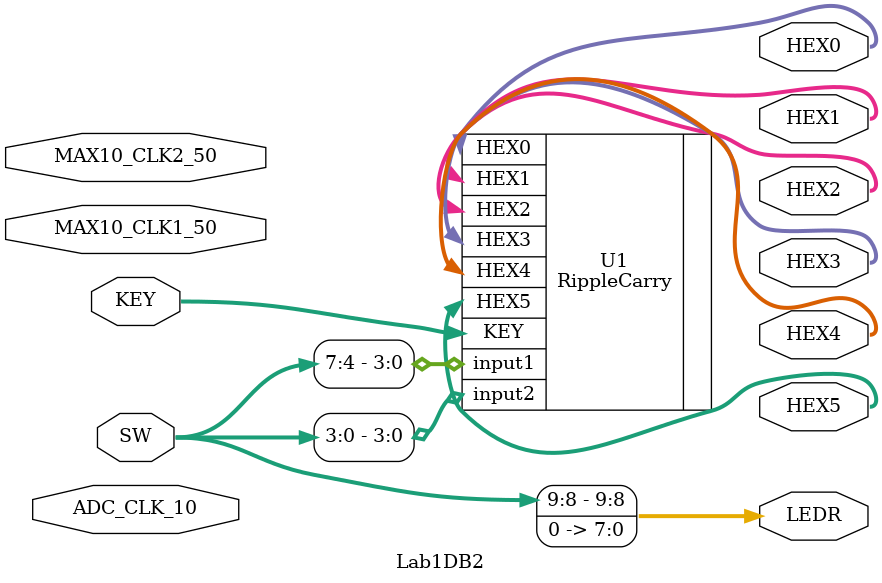
<source format=v>
module Lab1DB2(

    //////////// CLOCK //////////
	input						ADC_CLK_10,
	input						MAX10_CLK1_50,
	input						MAX10_CLK2_50,
	
	//////////// SEG7 //////////
    output           [7:0]      HEX0,
    output           [7:0]      HEX1,
    output           [7:0]      HEX2,
    output           [7:0]      HEX3,
    output           [7:0]      HEX4,
    output           [7:0]      HEX5,

    //////////// KEY //////////
    input            [1:0]      KEY,

    //////////// LED //////////
    output           [9:0]      LEDR,

    //////////// SW //////////
    input            [9:0]      SW

);

	assign LEDR[7:0] = 8'b0;
    assign LEDR[9:8] = SW[9:8];
	
	RippleCarry U1(.HEX0(HEX0), .HEX1(HEX1), .HEX2(HEX2), .HEX3(HEX3), .HEX4(HEX4), .HEX5(HEX5), .KEY(KEY), .input1(SW[7:4]), .input2(SW[3:0]));

endmodule

</source>
